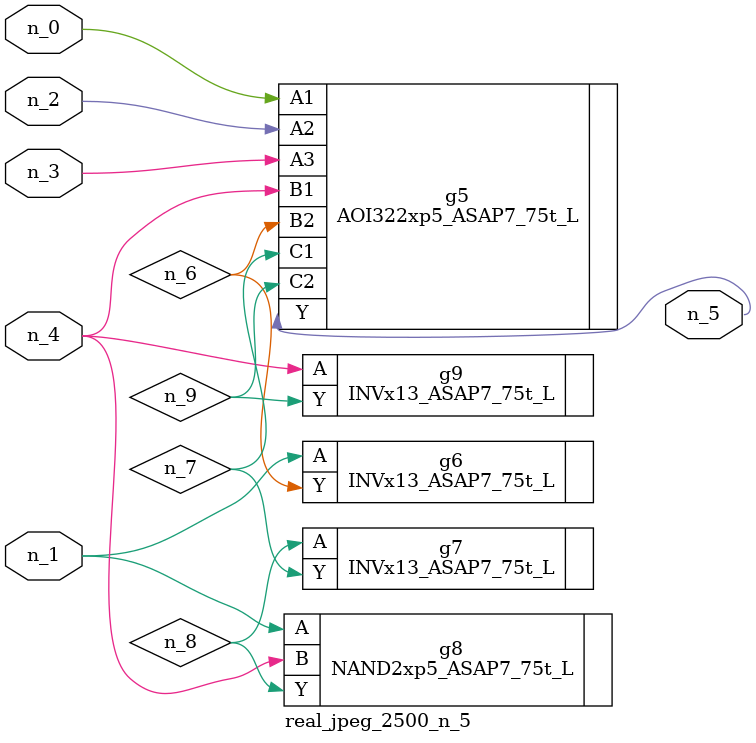
<source format=v>
module real_jpeg_2500_n_5 (n_4, n_0, n_1, n_2, n_3, n_5);

input n_4;
input n_0;
input n_1;
input n_2;
input n_3;

output n_5;

wire n_8;
wire n_6;
wire n_7;
wire n_9;

AOI322xp5_ASAP7_75t_L g5 ( 
.A1(n_0),
.A2(n_2),
.A3(n_3),
.B1(n_4),
.B2(n_6),
.C1(n_7),
.C2(n_9),
.Y(n_5)
);

INVx13_ASAP7_75t_L g6 ( 
.A(n_1),
.Y(n_6)
);

NAND2xp5_ASAP7_75t_L g8 ( 
.A(n_1),
.B(n_4),
.Y(n_8)
);

INVx13_ASAP7_75t_L g9 ( 
.A(n_4),
.Y(n_9)
);

INVx13_ASAP7_75t_L g7 ( 
.A(n_8),
.Y(n_7)
);


endmodule
</source>
